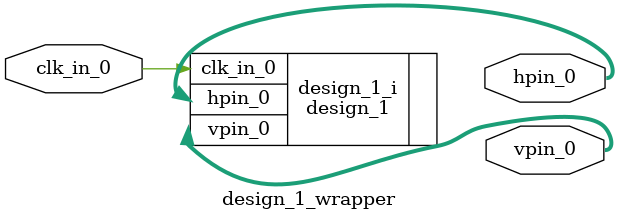
<source format=v>
`timescale 1 ps / 1 ps

module design_1_wrapper
   (clk_in_0,
    hpin_0,
    vpin_0);
  input clk_in_0;
  output [7:0]hpin_0;
  output [3:0]vpin_0;

  wire clk_in_0;
  wire [7:0]hpin_0;
  wire [3:0]vpin_0;

  design_1 design_1_i
       (.clk_in_0(clk_in_0),
        .hpin_0(hpin_0),
        .vpin_0(vpin_0));
endmodule

</source>
